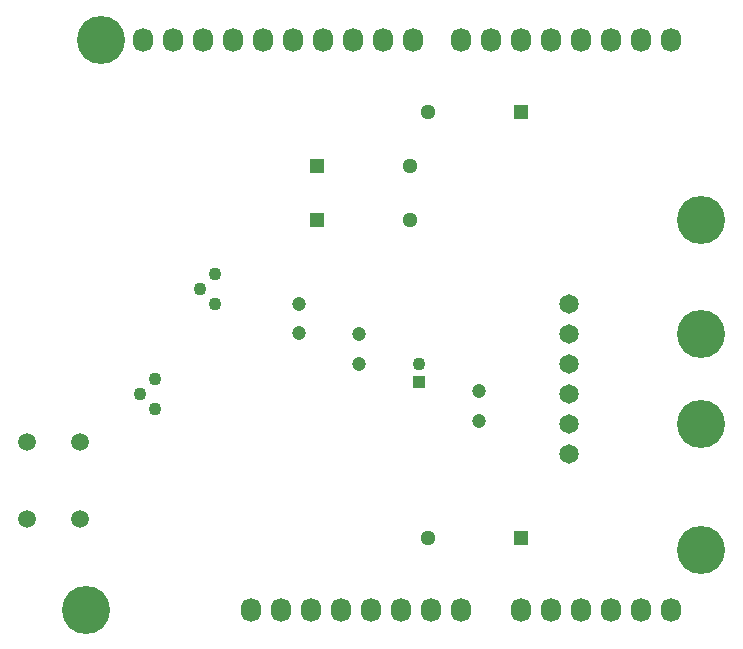
<source format=gts>
%TF.GenerationSoftware,KiCad,Pcbnew,(5.1.9)-1*%
%TF.CreationDate,2021-02-19T11:51:52-05:00*%
%TF.ProjectId,K3NG_rotator_shield,4b334e47-5f72-46f7-9461-746f725f7368,rev?*%
%TF.SameCoordinates,Original*%
%TF.FileFunction,Soldermask,Top*%
%TF.FilePolarity,Negative*%
%FSLAX46Y46*%
G04 Gerber Fmt 4.6, Leading zero omitted, Abs format (unit mm)*
G04 Created by KiCad (PCBNEW (5.1.9)-1) date 2021-02-19 11:51:52*
%MOMM*%
%LPD*%
G01*
G04 APERTURE LIST*
%ADD10C,1.500000*%
%ADD11C,1.295400*%
%ADD12R,1.295400X1.295400*%
%ADD13C,1.100000*%
%ADD14R,1.100000X1.100000*%
%ADD15C,1.200000*%
%ADD16C,4.064000*%
%ADD17C,1.650000*%
%ADD18O,1.727200X2.032000*%
G04 APERTURE END LIST*
D10*
%TO.C,S1*%
X119924000Y-109670000D03*
X119924000Y-116170000D03*
X124424000Y-116170000D03*
X124424000Y-109670000D03*
%TD*%
D11*
%TO.C,R3*%
X153924000Y-81661000D03*
D12*
X161798000Y-81661000D03*
%TD*%
D11*
%TO.C,R4*%
X152400000Y-90805000D03*
D12*
X144526000Y-90805000D03*
%TD*%
D11*
%TO.C,R2*%
X152400000Y-86233000D03*
D12*
X144526000Y-86233000D03*
%TD*%
D11*
%TO.C,R1*%
X153924000Y-117729000D03*
D12*
X161798000Y-117729000D03*
%TD*%
D13*
%TO.C,Q2*%
X135890000Y-95377000D03*
X135890000Y-97917000D03*
X134620000Y-96647000D03*
%TD*%
%TO.C,Q1*%
X130810000Y-104267000D03*
X130810000Y-106807000D03*
X129540000Y-105537000D03*
%TD*%
%TO.C,C4*%
X153162000Y-103021000D03*
D14*
X153162000Y-104521000D03*
%TD*%
D15*
%TO.C,C3*%
X143002000Y-100417000D03*
X143002000Y-97917000D03*
%TD*%
%TO.C,C2*%
X148082000Y-100497000D03*
X148082000Y-102997000D03*
%TD*%
%TO.C,C1*%
X158242000Y-105323000D03*
X158242000Y-107823000D03*
%TD*%
D16*
%TO.C,P8*%
X177038000Y-108077000D03*
%TD*%
%TO.C,P8*%
X177038000Y-100457000D03*
%TD*%
D17*
%TO.C,J1*%
X165862000Y-110617000D03*
X165862000Y-108077000D03*
X165862000Y-105537000D03*
X165862000Y-102997000D03*
X165862000Y-100457000D03*
X165862000Y-97917000D03*
%TD*%
D18*
%TO.C,P1*%
X138938000Y-123825000D03*
X141478000Y-123825000D03*
X144018000Y-123825000D03*
X146558000Y-123825000D03*
X149098000Y-123825000D03*
X151638000Y-123825000D03*
X154178000Y-123825000D03*
X156718000Y-123825000D03*
%TD*%
%TO.C,P2*%
X161798000Y-123825000D03*
X164338000Y-123825000D03*
X166878000Y-123825000D03*
X169418000Y-123825000D03*
X171958000Y-123825000D03*
X174498000Y-123825000D03*
%TD*%
%TO.C,P3*%
X129794000Y-75565000D03*
X132334000Y-75565000D03*
X134874000Y-75565000D03*
X137414000Y-75565000D03*
X139954000Y-75565000D03*
X142494000Y-75565000D03*
X145034000Y-75565000D03*
X147574000Y-75565000D03*
X150114000Y-75565000D03*
X152654000Y-75565000D03*
%TD*%
%TO.C,P4*%
X156718000Y-75565000D03*
X159258000Y-75565000D03*
X161798000Y-75565000D03*
X164338000Y-75565000D03*
X166878000Y-75565000D03*
X169418000Y-75565000D03*
X171958000Y-75565000D03*
X174498000Y-75565000D03*
%TD*%
D16*
%TO.C,P5*%
X124968000Y-123825000D03*
%TD*%
%TO.C,P6*%
X177038000Y-118745000D03*
%TD*%
%TO.C,P7*%
X126238000Y-75565000D03*
%TD*%
%TO.C,P8*%
X177038000Y-90805000D03*
%TD*%
M02*

</source>
